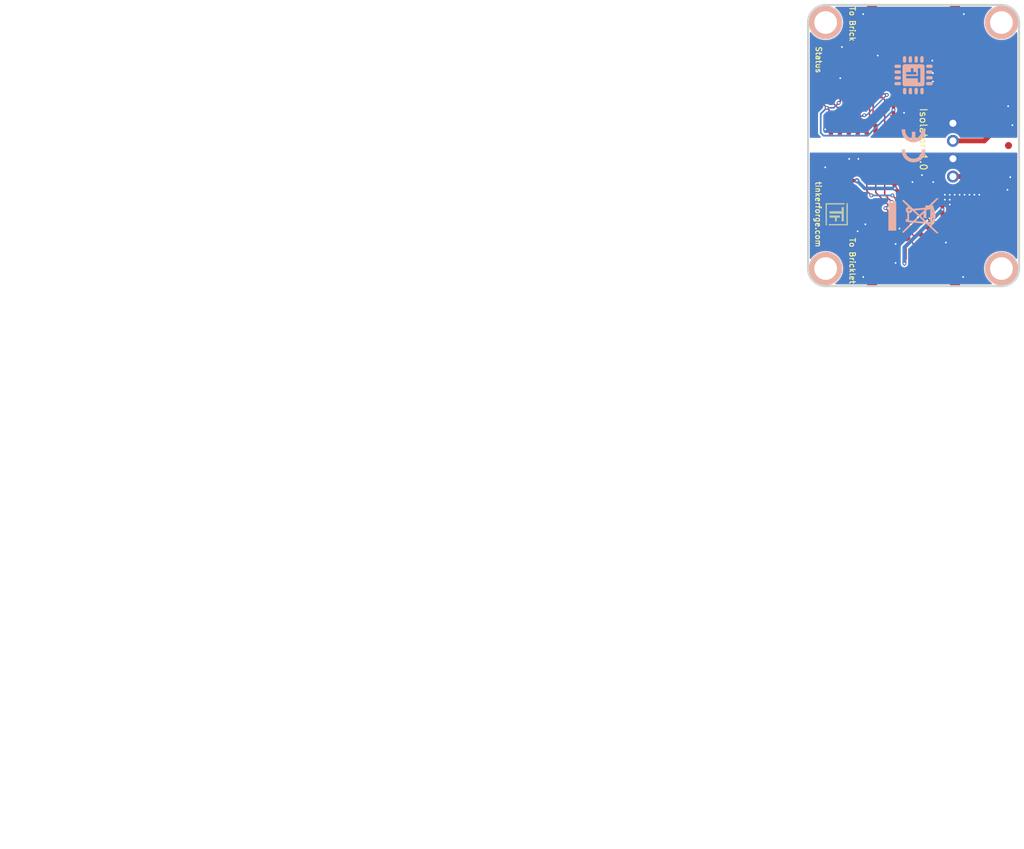
<source format=kicad_pcb>
(kicad_pcb (version 20211014) (generator pcbnew)
  (title_block (title "Bricklet Isolator") (date "2023-01-27") (rev "1.0") (company "Tinkerforge GmbH") (comment 1 "Licensed under CERN OHL v.1.1") (comment 2 "Copyright (©) 2023, T.Schneidermann<tim@tinkerforge.com>"))
  (layers (0 "F.Cu" signal) (31 "B.Cu" signal) (34 "B.Paste" user) (35 "F.Paste" user) (36 "B.SilkS" user "B.Silkscreen") (37 "F.SilkS" user "F.Silkscreen") (38 "B.Mask" user) (39 "F.Mask" user) (44 "Edge.Cuts" user))
  (net 0 "")
  (net 1 "GND")
  (net 2 "5V_DCDC")
  (net 3 "GNDREF")
  (net 4 "3,3VB")
  (net 5 "Net-(P1-Pad4)")
  (net 6 "Net-(P1-Pad5)")
  (net 7 "Net-(P1-Pad6)")
  (net 8 "Net-(P2-Pad7)")
  (net 9 "3V3")
  (net 10 "Net-(C13-Pad1)")
  (net 11 "Net-(C14-Pad1)")
  (net 12 "Net-(C15-Pad1)")
  (net 13 "Net-(C16-Pad1)")
  (net 14 "Net-(R2-Pad2)")
  (net 15 "Net-(RP2-Pad2)")
  (net 16 "Net-(RP2-Pad3)")
  (net 17 "Net-(RP2-Pad1)")
  (net 18 "+5V")
  (net 19 "Net-(D2-Pad2)")
  (net 20 "Net-(P3-Pad2)")
  (net 21 "Net-(P4-Pad1)")
  (net 22 "M-CS")
  (net 23 "Net-(R3-Pad1)")
  (net 24 "S-MISO")
  (net 25 "S-MOSI")
  (net 26 "S-CLK")
  (net 27 "S-CS")
  (net 28 "M-CLK")
  (net 29 "M-MISO")
  (net 30 "M-MOSI")
  (net 31 "Net-(U2-Pad5)")
  (net 32 "Net-(U2-Pad6)")
  (net 33 "Net-(U8-Pad3)")
  (net 34 "Net-(U8-Pad5)")
  (net 35 "Net-(U8-Pad6)")
  (net 36 "Net-(U8-Pad7)")
  (net 37 "Net-(U8-Pad8)")
  (net 38 "Net-(U8-Pad11)")
  (net 39 "Net-(U8-Pad12)")
  (net 40 "Net-(U8-Pad14)")
  (net 41 "Net-(U8-Pad15)")
  (net 42 "Net-(U8-Pad16)")
  (net 43 "Net-(U8-Pad21)")
  (footprint "kicad-libraries:Logo_31x31" (layer "F.Cu") (at 135.55 102 -90)
    (fp_text reference "G***" hide)
    (fp_text value "Logo_31x31" hide)
  )
  (footprint "kicad-libraries:Fiducial_Mark" (layer "F.Cu") (at 138.4 79.8 -90)
    (fp_text reference "Fiducial_Mark" hide)
    (fp_text value "VAL**" hide)
  )
  (footprint "kicad-libraries:Fiducial_Mark" (layer "F.Cu") (at 134.4 106.8 -90)
    (fp_text reference "Fiducial_Mark" hide)
    (fp_text value "VAL**" hide)
  )
  (footprint "kicad-libraries:Fiducial_Mark" (layer "F.Cu") (at 158.4 93.8 -90)
    (fp_text reference "Fiducial_Mark" hide)
    (fp_text value "VAL**" hide)
  )
  (footprint "kicad-libraries:ELKO_83" (layer "F.Cu") (at 153.6 84.1)
    (fp_text reference "C1")
    (fp_text value "470µF/16V")
  )
  (footprint "kicad-libraries:SIP4" (layer "F.Cu") (at 150.5 94.4 -90)
    (fp_text reference "U1")
    (fp_text value "DCDC-CRE1")
  )
  (footprint "kicad-libraries:SOIC16" (layer "F.Cu") (at 137.6 94.2 180)
    (fp_text reference "U2")
    (fp_text value "MAX14850")
  )
  (footprint "kicad-libraries:C0805" (layer "F.Cu") (at 146.6 80.8)
    (fp_text reference "C2")
    (fp_text value "10µ")
  )
  (footprint "kicad-libraries:C0805" (layer "F.Cu") (at 157.3 89.4)
    (fp_text reference "C3")
    (fp_text value "10µ")
  )
  (footprint "kicad-libraries:C0603F" (layer "F.Cu") (at 142.8 89.9)
    (fp_text reference "C4")
    (fp_text value "100n")
  )
  (footprint "kicad-libraries:C0603F" (layer "F.Cu") (at 157.1 91)
    (fp_text reference "C5")
    (fp_text value "100n")
  )
  (footprint "kicad-libraries:C0805" (layer "F.Cu") (at 138.3 107.5 135)
    (fp_text reference "C6")
    (fp_text value "4,7µ")
  )
  (footprint "kicad-libraries:C0603F" (layer "F.Cu") (at 143 99)
    (fp_text reference "C7")
    (fp_text value "100n")
  )
  (footprint "kicad-libraries:C0603F" (layer "F.Cu") (at 139.5 106.4 135)
    (fp_text reference "C8")
    (fp_text value "100n")
  )
  (footprint "kicad-libraries:C0805" (layer "F.Cu") (at 156.7 98.3)
    (fp_text reference "C9")
    (fp_text value "4,7µF/10V")
  )
  (footprint "kicad-libraries:C0603F" (layer "F.Cu") (at 156.5 100.1)
    (fp_text reference "C10")
    (fp_text value "100n")
  )
  (footprint "kicad-libraries:C0805" (layer "F.Cu") (at 149.5 105.6 -90)
    (fp_text reference "C11")
    (fp_text value "10µF/10V")
  )
  (footprint "kicad-libraries:C0603F" (layer "F.Cu") (at 147.7 100.8 90)
    (fp_text reference "C12")
    (fp_text value "100n")
  )
  (footprint "kicad-libraries:C0603F" (layer "F.Cu") (at 134.5 85.7 90)
    (fp_text reference "C17")
    (fp_text value "100n")
  )
  (footprint "kicad-libraries:SOD-323" (layer "F.Cu") (at 146.1 100.4 90)
    (fp_text reference "D1")
    (fp_text value "Z3.3V")
  )
  (footprint "kicad-libraries:D0603E" (layer "F.Cu") (at 132.9 81.6 -90)
    (fp_text reference "D2")
    (fp_text value "blue")
  )
  (footprint "kicad-libraries:CON-SENSOR2" (layer "F.Cu") (at 144.9 73.9 180)
    (fp_text reference "P1")
    (fp_text value "CON-SENSOR2")
  )
  (footprint "kicad-libraries:CON-SENSOR2" (layer "F.Cu") (at 144.9 113.7)
    (fp_text reference "P2")
    (fp_text value "CON-SENSOR2")
  )
  (footprint "kicad-libraries:SolderJumper" (layer "F.Cu") (at 134.7 80.8 -90)
    (fp_text reference "P3")
    (fp_text value "BOOT")
  )
  (footprint "kicad-libraries:DEBUG_PAD" (layer "F.Cu") (at 136.5 81 -90)
    (fp_text reference "P4")
    (fp_text value "Debug")
  )
  (footprint "kicad-libraries:R0603F" (layer "F.Cu") (at 133.6 89.6)
    (fp_text reference "R1")
    (fp_text value "1k")
  )
  (footprint "kicad-libraries:R0603F" (layer "F.Cu") (at 135.1 98.8 180)
    (fp_text reference "R2")
    (fp_text value "1k")
  )
  (footprint "kicad-libraries:R0603F" (layer "F.Cu") (at 132.9 84.8 90)
    (fp_text reference "R3")
    (fp_text value "1k")
  )
  (footprint "kicad-libraries:4X0402" (layer "F.Cu") (at 143 81.4 180)
    (fp_text reference "RP1")
    (fp_text value "82")
  )
  (footprint "kicad-libraries:4X0402" (layer "F.Cu") (at 142.5 103.8 -135)
    (fp_text reference "RP2")
    (fp_text value "82")
  )
  (footprint "kicad-libraries:SOT-223" (layer "F.Cu") (at 154.9 104.5 -90)
    (fp_text reference "U3")
    (fp_text value "LD1117")
  )
  (footprint "kicad-libraries:DRILL_NP" (layer "F.Cu") (at 132.4 76.3 -90)
    (fp_text reference "U4" hide)
    (fp_text value "DRILL" hide)
  )
  (footprint "kicad-libraries:DRILL_NP" (layer "F.Cu") (at 132.4 111.3 -90)
    (fp_text reference "U5" hide)
    (fp_text value "DRILL" hide)
  )
  (footprint "kicad-libraries:DRILL_NP" (layer "F.Cu") (at 157.4 111.3 -90)
    (fp_text reference "U6" hide)
    (fp_text value "DRILL" hide)
  )
  (footprint "kicad-libraries:DRILL_NP" (layer "F.Cu") (at 157.4 76.3 -90)
    (fp_text reference "U7" hide)
    (fp_text value "DRILL" hide)
  )
  (footprint "kicad-libraries:QFN24-4x4mm-0.5mm" (layer "F.Cu") (at 137.9 85.7 -90)
    (fp_text reference "U8")
    (fp_text value "XMC1100")
  )
  (footprint "kicad-libraries:C0402F" (layer "F.Cu") (at 140.9 81 180)
    (fp_text reference "C13")
    (fp_text value "220pF")
  )
  (footprint "kicad-libraries:C0402F" (layer "F.Cu") (at 146.5 105 135)
    (fp_text reference "C14")
    (fp_text value "220pf")
  )
  (footprint "kicad-libraries:C0402F" (layer "F.Cu") (at 145.5 106 135)
    (fp_text reference "C15")
    (fp_text value "220pf")
  )
  (footprint "kicad-libraries:C0402F" (layer "F.Cu") (at 143.7 106.6 135)
    (fp_text reference "C16")
    (fp_text value "220pF")
  )
  (footprint "kicad-libraries:Logo_CoMCU" (layer "B.Cu") (at 144.9 83.8 90)
    (fp_text reference "G***" hide)
    (fp_text value "LOGO" hide)
  )
  (footprint "kicad-libraries:WEEE_7mm" (layer "B.Cu") (at 144.9 103.8 90)
    (fp_text reference "G***" hide)
    (fp_text value "LOGO" hide)
  )
  (footprint "kicad-libraries:CE_5mm" (layer "B.Cu") (at 144.9 93.8 90)
    (fp_text reference "VAL" hide)
    (fp_text value "CE_5mm" hide)
  )
  (gr_arc (start 129.9 76.3) (mid 130.632233 74.532233) (end 132.4 73.8) (layer "Edge.Cuts") (width 0.3))
  (gr_arc (start 157.4 73.8) (mid 159.167767 74.532233) (end 159.9 76.3) (layer "Edge.Cuts") (width 0.3))
  (gr_line (start 159.9 76.3) (end 159.9 111.3) (layer "Edge.Cuts") (width 0.3))
  (gr_arc (start 132.4 113.8) (mid 130.632233 113.067767) (end 129.9 111.3) (layer "Edge.Cuts") (width 0.3))
  (gr_line (start 157.4 113.8) (end 132.4 113.8) (layer "Edge.Cuts") (width 0.3))
  (gr_line (start 132.4 73.8) (end 157.4 73.8) (layer "Edge.Cuts") (width 0.3))
  (gr_arc (start 159.9 111.3) (mid 159.167767 113.067767) (end 157.4 113.8) (layer "Edge.Cuts") (width 0.3))
  (gr_line (start 129.9 111.3) (end 129.9 76.3) (layer "Edge.Cuts") (width 0.3))
  (gr_text "To Brick" (at 136.2 76.5 270) (layer "F.SilkS") (effects (font (size 0.8 0.8))))
  (gr_text "Status" (at 131.4 81.6 270) (layer "F.SilkS") (effects (font (size 0.8 0.8))))
  (gr_text "To Bricklet" (at 136.2 110.2 270) (layer "F.SilkS") (effects (font (size 0.8 0.8))))
  (gr_text "tinkerforge.com" (at 131.35 103.6 270) (layer "F.SilkS") (effects (font (size 0.8 0.8))))
  (gr_text "Isolator 1.0" (at 146.3 92.9 270) (layer "F.SilkS") (effects (font (size 1 1))))
  (segment (start 148.475 84.125) (end 150.07488 84.125) (width 0.7) (layer "F.Cu") (net 1))
  (segment (start 132.35252 91.50252) (end 132.35 91.5) (width 0.55) (layer "F.Cu") (net 1))
  (segment (start 158.875 90.975) (end 158.95 90.9) (width 0.7) (layer "F.Cu") (net 1))
  (segment (start 158.30076 88.24924) (end 158.35 88.2) (width 0.7) (layer "F.Cu") (net 1))
  (segment (start 148.275 84.125) (end 147.65 83.5) (width 0.7) (layer "F.Cu") (net 1))
  (segment (start 148.225 84.125) (end 147.65 84.7) (width 0.7) (layer "F.Cu") (net 1))
  (segment (start 147.57076 81.71924) (end 147.57 81.72) (width 0.55) (layer "F.Cu") (net 1))
  (segment (start 134.77 84.95) (end 135.27 85.45) (width 0.2) (layer "F.Cu") (net 1))
  (segment (start 135.27 85.45) (end 135.875 85.45) (width 0.2) (layer "F.Cu") (net 1))
  (segment (start 138.55 86.35) (end 137.25 86.35) (width 0.2) (layer "F.Cu") (net 1))
  (segment (start 137.25 86.35) (end 137.25 85.05) (width 0.2) (layer "F.Cu") (net 1))
  (segment (start 136.85 85.45) (end 137.25 85.05) (width 0.2) (layer "F.Cu") (net 1))
  (segment (start 157.825 90.975) (end 158.875 90.975) (width 0.7) (layer "F.Cu") (net 1))
  (segment (start 140.39 81) (end 139.81 81) (width 0.55) (layer "F.Cu") (net 1))
  (segment (start 138.55 85.05) (end 137.25 85.05) (width 0.2) (layer "F.Cu") (net 1))
  (segment (start 147.4 78.5) (end 147.4 80.63924) (width 0.5) (layer "F.Cu") (net 1))
  (segment (start 147.57076 80.81) (end 147.57076 81.71924) (width 0.55) (layer "F.Cu") (net 1))
  (segment (start 158.30076 89.4) (end 158.30076 88.24924) (width 0.7) (layer "F.Cu") (net 1))
  (segment (start 134.72 80.28) (end 134.72 79.78) (width 0.25) (layer "F.Cu") (net 1))
  (segment (start 150.07488 84.125) (end 148.275 84.125) (width 0.7) (layer "F.Cu") (net 1))
  (segment (start 138.55 85.05) (end 138.55 86.35) (width 0.2) (layer "F.Cu") (net 1))
  (segment (start 134.48 84.95) (end 134.77 84.95) (width 0.2) (layer "F.Cu") (net 1))
  (segment (start 134.7 80.3) (end 134.72 80.28) (width 0.25) (layer "F.Cu") (net 1))
  (segment (start 150.75 75.1) (end 152.05 75.1) (width 0.55) (layer "F.Cu") (net 1))
  (segment (start 135.875 85.45) (end 136.85 85.45) (width 0.2) (layer "F.Cu") (net 1))
  (segment (start 147.4 80.63924) (end 147.57076 80.81) (width 0.5) (layer "F.Cu") (net 1))
  (segment (start 150.07488 84.125) (end 148.225 84.125) (width 0.7) (layer "F.Cu") (net 1))
  (segment (start 143.55 89.88) (end 143.55 89.15) (width 0.55) (layer "F.Cu") (net 1))
  (segment (start 138.95 75.1) (end 137.75 75.1) (width 0.55) (layer "F.Cu") (net 1))
  (segment (start 133.18254 91.50252) (end 132.35252 91.50252) (width 0.55) (layer "F.Cu") (net 1))
  (segment (start 134.48 84.95) (end 134.48 84.22) (width 0.55) (layer "F.Cu") (net 1))
  (via (at 134.72 79.78) (size 0.55) (drill 0.25) (layers "F.Cu" "B.Cu") (net 1))
  (via (at 143.55 89.15) (size 0.55) (drill 0.25) (layers "F.Cu" "B.Cu") (net 1))
  (via (at 132.35 91.5) (size 0.55) (drill 0.25) (layers "F.Cu" "B.Cu") (net 1))
  (via (at 158.95 90.9) (size 0.7) (drill 0.25) (layers "F.Cu" "B.Cu") (net 1))
  (via (at 158.35 88.2) (size 0.7) (drill 0.25) (layers "F.Cu" "B.Cu") (net 1))
  (via (at 137.75 75.1) (size 0.55) (drill 0.25) (layers "F.Cu" "B.Cu") (net 1))
  (via (at 147.57 81.72) (size 0.55) (drill 0.25) (layers "F.Cu" "B.Cu") (net 1))
  (via (at 152.05 75.1) (size 0.55) (drill 0.25) (layers "F.Cu" "B.Cu") (net 1))
  (via (at 139.81 81) (size 0.55) (drill 0.25) (layers "F.Cu" "B.Cu") (net 1))
  (via (at 134.48 84.22) (size 0.55) (drill 0.25) (layers "F.Cu" "B.Cu") (net 1))
  (via (at 147.65 84.7) (size 0.7) (drill 0.25) (layers "F.Cu" "B.Cu") (net 1))
  (via (at 147.65 83.5) (size 0.7) (drill 0.25) (layers "F.Cu" "B.Cu") (net 1))
  (segment (start 155.55924 98.21) (end 155.7 98.35076) (width 0.7) (layer "F.Cu") (net 2))
  (segment (start 155.7 98.35076) (end 155.7 104.75) (width 0.7) (layer "F.Cu") (net 2))
  (segment (start 155.7 104.75) (end 153.64876 106.80124) (width 0.7) (layer "F.Cu") (net 2))
  (segment (start 153.64876 106.80124) (end 151.8512 106.80124) (width 0.7) (layer "F.Cu") (net 2))
  (segment (start 155.7 98.35076) (end 155.64924 98.3) (width 0.7) (layer "F.Cu") (net 2))
  (segment (start 139.057644 109.207644) (end 142.55 112.7) (width 0.5) (layer "F.Cu") (net 2))
  (segment (start 147.55 112.7) (end 150.75 109.5) (width 0.5) (layer "F.Cu") (net 2))
  (segment (start 150.75 109.5) (end 153.25 109.5) (width 0.5) (layer "F.Cu") (net 2))
  (segment (start 153.25 109.5) (end 155.7 107.05) (width 0.5) (layer "F.Cu") (net 2))
  (segment (start 155.7 107.05) (end 155.7 104.75) (width 0.5) (layer "F.Cu") (net 2))
  (segment (start 155.55924 98.21) (end 155.64924 98.3) (width 0.7) (layer "F.Cu") (net 2))
  (segment (start 142.55 112.7) (end 147.55 112.7) (width 0.5) (layer "F.Cu") (net 2))
  (segment (start 150.5 98.21) (end 155.55924 98.21) (width 0.7) (layer "F.Cu") (net 2))
  (segment (start 139.057644 108.142356) (end 139.057644 108.207644) (width 0.55) (layer "F.Cu") (net 2))
  (segment (start 139.057644 108.207644) (end 139.057644 109.207644) (width 0.5) (layer "F.Cu") (net 2))
  (segment (start 140.03033 106.93033) (end 140.03033 106.83033) (width 0.3) (layer "F.Cu") (net 2))
  (segment (start 140 107.2) (end 139.057644 108.142356) (width 0.55) (layer "F.Cu") (net 2))
  (segment (start 141.1 108) (end 141.1 109.1) (width 0.5) (layer "F.Cu") (net 2))
  (segment (start 140.03033 106.83033) (end 140 106.8) (width 0.3) (layer "F.Cu") (net 2))
  (segment (start 155.7 100.1) (end 155.7 98.35076) (width 0.7) (layer "F.Cu") (net 2))
  (segment (start 140 106.9) (end 140.03033 106.93033) (width 0.3) (layer "F.Cu") (net 2))
  (segment (start 140 106.8) (end 140 107.2) (width 0.55) (layer "F.Cu") (net 2))
  (segment (start 140 106.9) (end 141.1 108) (width 0.5) (layer "F.Cu") (net 2))
  (segment (start 132.35252 96.89748) (end 132.35 96.9) (width 0.55) (layer "F.Cu") (net 3))
  (segment (start 138.91967 105.86967) (end 138.05 105) (width 0.7) (layer "F.Cu") (net 3))
  (segment (start 137.642356 106.692356) (end 136.95 106) (width 0.7) (layer "F.Cu") (net 3))
  (segment (start 150.05124 102.19876) (end 150.05 102.2) (width 0.7) (layer "F.Cu") (net 3))
  (segment (start 136.99254 95.75746) (end 137.05 95.7) (width 0.5) (layer "F.Cu") (net 3))
  (segment (start 135.72254 95.72746) (end 135.75 95.7) (width 0.5) (layer "F.Cu") (net 3))
  (segment (start 143.240381 105.940381) (end 142.9 105.6) (width 0.3) (layer "F.Cu") (net 3))
  (segment (start 142.35 109.1) (end 142.35 107.8) (width 0.55) (layer "F.Cu") (net 3))
  (segment (start 157.2 100.1) (end 158.25 100.1) (width 0.7) (layer "F.Cu") (net 3))
  (segment (start 150.75 112.5) (end 151.95 112.5) (width 0.55) (layer "F.Cu") (net 3))
  (segment (start 150.75 100.8) (end 150.05 100.8) (width 0.7) (layer "F.Cu") (net 3))
  (segment (start 143.240381 106.140381) (end 143.240381 105.940381) (width 0.3) (layer "F.Cu") (net 3))
  (segment (start 152.85 100.8) (end 152.15 100.8) (width 0.7) (layer "F.Cu") (net 3))
  (segment (start 138.95 112.5) (end 137.75 112.5) (width 0.55) (layer "F.Cu") (net 3))
  (segment (start 135.72254 96.89748) (end 135.72254 95.72746) (width 0.5) (layer "F.Cu") (net 3))
  (segment (start 146.040381 104.540381) (end 145.5 104) (width 0.3) (layer "F.Cu") (net 3))
  (segment (start 150.05 101.5) (end 149.35 101.5) (width 0.7) (layer "F.Cu") (net 3))
  (segment (start 152.15 100.8) (end 151.45 100.8) (width 0.7) (layer "F.Cu") (net 3))
  (segment (start 157.65076 98.3) (end 158.65 98.3) (width 0.7) (layer "F.Cu") (net 3))
  (segment (start 150.05 100.8) (end 149.35 100.8) (width 0.7) (layer "F.Cu") (net 3))
  (segment (start 153.55 100.8) (end 152.85 100.8) (width 0.7) (layer "F.Cu") (net 3))
  (segment (start 137.642356 106.792356) (end 137.642356 106.692356) (width 0.7) (layer "F.Cu") (net 3))
  (segment (start 150.05 100.8) (end 150.05 101.5) (width 0.7) (layer "F.Cu") (net 3))
  (segment (start 154.25 100.8) (end 153.55 100.8) (width 0.7) (layer "F.Cu") (net 3))
  (segment (start 151.45 100.8) (end 150.75 100.8) (width 0.7) (layer "F.Cu") (net 3))
  (segment (start 136.99254 96.89748) (end 136.99254 95.75746) (width 0.5) (layer "F.Cu") (net 3))
  (segment (start 149.5 106.60076) (end 149.5 107.6) (width 0.7) (layer "F.Cu") (net 3))
  (segment (start 146.1 99.0792) (end 146.1 98) (width 0.7) (layer "F.Cu") (net 3))
  (segment (start 150.05124 102.19876) (end 151.8512 102.19876) (width 0.7) (layer "F.Cu") (net 3))
  (segment (start 147.7 100.05) (end 147.7 99) (width 0.7) (layer "F.Cu") (net 3))
  (segment (start 133.18254 96.89748) (end 132.35252 96.89748) (width 0.55) (layer "F.Cu") (net 3))
  (segment (start 145.040381 105.540381) (end 144.5 105) (width 0.3) (layer "F.Cu") (net 3))
  (segment (start 143.75 99) (end 144.75 99) (width 0.55) (layer "F.Cu") (net 3))
  (segment (start 142.35 109.1) (end 142.35 110.5) (width 0.55) (layer "F.Cu") (net 3))
  (segment (start 150.05 101.5) (end 150.05 102.2) (width 0.7) (layer "F.Cu") (net 3))
  (via (at 149.35 101.5) (size 0.7) (drill 0.25) (layers "F.Cu" "B.Cu") (net 3))
  (via (at 142.35 110.5) (size 0.7) (drill 0.25) (layers "F.Cu" "B.Cu") (net 3))
  (via (at 150.05 100.8) (size 0.7) (drill 0.25) (layers "F.Cu" "B.Cu") (net 3))
  (via (at 151.95 112.5) (size 0.55) (drill 0.25) (layers "F.Cu" "B.Cu") (net 3))
  (via (at 144.75 99) (size 0.55) (drill 0.25) (layers "F.Cu" "B.Cu") (net 3))
  (via (at 152.15 100.8) (size 0.7) (drill 0.25) (layers "F.Cu" "B.Cu") (net 3))
  (via (at 132.35 96.9) (size 0.55) (drill 0.25) (layers "F.Cu" "B.Cu") (net 3))
  (via (at 136.95 106) (size 0.7) (drill 0.25) (layers "F.Cu" "B.Cu") (net 3))
  (via (at 151.45 100.8) (size 0.7) (drill 0.25) (layers "F.Cu" "B.Cu") (net 3))
  (via (at 150.75 100.8) (size 0.7) (drill 0.25) (layers "F.Cu" "B.Cu") (net 3))
  (via (at 149.5 107.6) (size 0.7) (drill 0.25) (layers "F.Cu" "B.Cu") (net 3))
  (via (at 138.05 105) (size 0.7) (drill 0.25) (layers "F.Cu" "B.Cu") (net 3))
  (via (at 145.5 104) (size 0.55) (drill 0.25) (layers "F.Cu" "B.Cu") (net 3))
  (via (at 137.75 112.5) (size 0.55) (drill 0.25) (layers "F.Cu" "B.Cu") (net 3))
  (via (at 149.35 100.8) (size 0.7) (drill 0.25) (layers "F.Cu" "B.Cu") (net 3))
  (via (at 142.9 105.6) (size 0.55) (drill 0.25) (layers "F.Cu" "B.Cu") (net 3))
  (via (at 135.75 95.7) (size 0.7) (drill 0.25) (layers "F.Cu" "B.Cu") (net 3))
  (via (at 144.5 105) (size 0.55) (drill 0.25) (layers "F.Cu" "B.Cu") (net 3))
  (via (at 154.25 100.8) (size 0.7) (drill 0.25) (layers "F.Cu" "B.Cu") (net 3))
  (via (at 152.85 100.8) (size 0.7) (drill 0.25) (layers "F.Cu" "B.Cu") (net 3))
  (via (at 150.05 101.5) (size 0.7) (drill 0.25) (layers "F.Cu" "B.Cu") (net 3))
  (via (at 153.55 100.8) (size 0.7) (drill 0.25) (layers "F.Cu" "B.Cu") (net 3))
  (via (at 146.1 98) (size 0.7) (drill 0.25) (layers "F.Cu" "B.Cu") (net 3))
  (via (at 158.25 100.1) (size 0.7) (drill 0.25) (layers "F.Cu" "B.Cu") (net 3))
  (via (at 142.35 107.8) (size 0.7) (drill 0.25) (layers "F.Cu" "B.Cu") (net 3))
  (via (at 137.05 95.7) (size 0.7) (drill 0.25) (layers "F.Cu" "B.Cu") (net 3))
  (via (at 147.7 99) (size 0.7) (drill 0.25) (layers "F.Cu" "B.Cu") (net 3))
  (via (at 150.05 102.2) (size 0.7) (drill 0.25) (layers "F.Cu" "B.Cu") (net 3))
  (via (at 158.65 98.3) (size 0.7) (drill 0.25) (layers "F.Cu" "B.Cu") (net 3))
  (segment (start 142.2 99.85) (end 144.1708 101.8208) (width 0.55) (layer "F.Cu") (net 4))
  (segment (start 148.3708 101.8208) (end 149 102.45) (width 0.55) (layer "F.Cu") (net 4))
  (segment (start 149 102.45) (end 149 102.9) (width 0.55) (layer "F.Cu") (net 4))
  (segment (start 149 104.14924) (end 149.55076 104.7) (width 0.55) (layer "F.Cu") (net 4))
  (segment (start 151.6512 104.7) (end 151.8512 104.5) (width 1) (layer "F.Cu") (net 4))
  (segment (start 142.25 99.9) (end 142.2 99.9) (width 0.5) (layer "F.Cu") (net 4))
  (segment (start 142.2 99.9) (end 142.2 99.85) (width 0.55) (layer "F.Cu") (net 4))
  (segment (start 144.8 101.8208) (end 147.35 101.8208) (width 0.55) (layer "F.Cu") (net 4))
  (segment (start 149 102.9) (end 149 103.2) (width 0.55) (layer "F.Cu") (net 4))
  (segment (start 143.6 109.1) (end 143.6 110.6) (width 0.55) (layer "F.Cu") (net 4))
  (segment (start 147.5292 101.7208) (end 147.7 101.55) (width 0.2) (layer "F.Cu") (net 4))
  (segment (start 135.9 98.8) (end 136.85 98.8) (width 0.5) (layer "F.Cu") (net 4))
  (segment (start 149.55076 104.7) (end 151.6512 104.7) (width 1) (layer "F.Cu") (net 4))
  (segment (start 142.3 99) (end 142.06746 98.76746) (width 0.5) (layer "F.Cu") (net 4))
  (segment (start 142.2 99.1) (end 142.2 99.9) (width 0.55) (layer "F.Cu") (net 4))
  (segment (start 146.1 101.7208) (end 147.5292 101.7208) (width 0.2) (layer "F.Cu") (net 4))
  (segment (start 142.3 99) (end 142.2 99.1) (width 0.55) (layer "F.Cu") (net 4))
  (segment (start 144.8 101.8208) (end 144.1708 101.8208) (width 0.55) (layer "F.Cu") (net 4))
  (segment (start 149 103.2) (end 149 104.14924) (width 0.55) (layer "F.Cu") (net 4))
  (segment (start 147.35 101.8208) (end 148.3708 101.8208) (width 0.55) (layer "F.Cu") (net 4))
  (segment (start 142.06746 98.76746) (end 142.06746 96.89748) (width 0.5) (layer "F.Cu") (net 4))
  (via (at 136.85 98.8) (size 0.7) (drill 0.25) (layers "F.Cu" "B.Cu") (net 4))
  (via (at 149 102.9) (size 0.55) (drill 0.25) (layers "F.Cu" "B.Cu") (net 4))
  (via (at 142.25 99.9) (size 0.7) (drill 0.25) (layers "F.Cu" "B.Cu") (net 4))
  (via (at 143.6 110.6) (size 0.55) (drill 0.25) (layers "F.Cu" "B.Cu") (net 4))
  (segment (start 136.85 98.8) (end 137.95 99.9) (width 0.5) (layer "B.Cu") (net 4))
  (segment (start 137.95 99.9) (end 142.25 99.9) (width 0.5) (layer "B.Cu") (net 4))
  (segment (start 143.6 108.3) (end 149 102.9) (width 0.55) (layer "B.Cu") (net 4))
  (segment (start 143.6 108.3) (end 143.6 110.6) (width 0.55) (layer "B.Cu") (net 4))
  (segment (start 144.85 79.65) (end 144.5 80) (width 0.2) (layer "F.Cu") (net 5))
  (segment (start 144.5 80) (end 144 80) (width 0.2) (layer "F.Cu") (net 5))
  (segment (start 144 80) (end 143.7493 80.2507) (width 0.2) (layer "F.Cu") (net 5))
  (segment (start 143.7493 80.2507) (end 143.7493 80.855) (width 0.2) (layer "F.Cu") (net 5))
  (segment (start 144.85 78.5) (end 144.85 79.65) (width 0.2) (layer "F.Cu") (net 5))
  (segment (start 143.6 79.7) (end 143.24892 80.05108) (width 0.2) (layer "F.Cu") (net 6))
  (segment (start 143.24892 80.05108) (end 143.24892 80.855) (width 0.2) (layer "F.Cu") (net 6))
  (segment (start 143.6 78.5) (end 143.6 79.7) (width 0.2) (layer "F.Cu") (net 6))
  (segment (start 142.35 79.65) (end 142.75108 80.05108) (width 0.2) (layer "F.Cu") (net 7))
  (segment (start 142.75108 80.05108) (end 142.75108 80.855) (width 0.2) (layer "F.Cu") (net 7))
  (segment (start 142.35 78.5) (end 142.35 79.65) (width 0.2) (layer "F.Cu") (net 7))
  (segment (start 148.6 107.7) (end 148 107.1) (width 0.2) (layer "F.Cu") (net 8))
  (segment (start 148 107.1) (end 148 104.7) (width 0.2) (layer "F.Cu") (net 8))
  (segment (start 148 104.7) (end 146.2 102.9) (width 0.2) (layer "F.Cu") (net 8))
  (segment (start 146.2 102.9) (end 145.1 102.9) (width 0.2) (layer "F.Cu") (net 8))
  (segment (start 143.659671 103.9) (end 144 103.9) (width 0.2) (layer "F.Cu") (net 8))
  (segment (start 144 103.9) (end 144.1 103.9) (width 0.2) (layer "F.Cu") (net 8))
  (segment (start 144.1 103.9) (end 145.1 102.9) (width 0.2) (layer "F.Cu") (net 8))
  (segment (start 148.6 109.1) (end 148.6 107.7) (width 0.2) (layer "F.Cu") (net 8))
  (segment (start 143.436422 103.676751) (end 143.659671 103.9) (width 0.2) (layer "F.Cu") (net 8))
  (segment (start 132.9 88.76) (end 132.61 88.47) (width 0.2) (layer "F.Cu") (net 9))
  (segment (start 132.01 87.87) (end 132.01 81.01) (width 0.2) (layer "F.Cu") (net 9))
  (segment (start 132.01 81.01) (end 132.2701 80.7499) (width 0.2) (layer "F.Cu") (net 9))
  (segment (start 132.2701 80.7499) (end 132.9 80.7499) (width 0.2) (layer "F.Cu") (net 9))
  (segment (start 132.49 88.35) (end 132.01 87.87) (width 0.2) (layer "F.Cu") (net 9))
  (segment (start 132.61 88.47) (end 132.49 88.35) (width 0.2) (layer "F.Cu") (net 9))
  (segment (start 135.27 85.95) (end 134.77 86.45) (width 0.2) (layer "F.Cu") (net 9))
  (segment (start 134.77 86.45) (end 134.48 86.45) (width 0.2) (layer "F.Cu") (net 9))
  (segment (start 145.56924 84.61076) (end 142.05 88.13) (width 0.5) (layer "F.Cu") (net 9))
  (segment (start 142.05 88.13) (end 142.05 88.73) (width 0.5) (layer "F.Cu") (net 9))
  (segment (start 142.05 88.73) (end 142.05 89.88) (width 0.5) (layer "F.Cu") (net 9))
  (segment (start 132.56 88.43) (end 132.6 88.47) (width 0.25) (layer "F.Cu") (net 9))
  (segment (start 132.61 88.47) (end 132.6 88.47) (width 0.25) (layer "F.Cu") (net 9))
  (segment (start 134.48 87.51) (end 134.26 87.73) (width 0.25) (layer "F.Cu") (net 9))
  (segment (start 132.9 89.6) (end 132.9 88.76) (width 0.2) (layer "F.Cu") (net 9))
  (segment (start 142.05 89.88) (end 142.05 91.48506) (width 0.5) (layer "F.Cu") (net 9))
  (segment (start 145.56924 80.81) (end 145.56924 84.61076) (width 0.5) (layer "F.Cu") (net 9))
  (segment (start 145.56924 80.06076) (end 145.56924 80.94) (width 0.5) (layer "F.Cu") (net 9))
  (segment (start 135.875 85.95) (end 135.27 85.95) (width 0.2) (layer "F.Cu") (net 9))
  (segment (start 146.15 79.48) (end 145.56924 80.06076) (width 0.5) (layer "F.Cu") (net 9))
  (segment (start 146.15 78.55) (end 146.15 79.48) (width 0.5) (layer "F.Cu") (net 9))
  (segment (start 134.48 86.45) (end 134.48 87.51) (width 0.25) (layer "F.Cu") (net 9))
  (via (at 134.26 87.73) (size 0.55) (drill 0.25) (layers "F.Cu" "B.Cu") (net 9))
  (via (at 132.56 88.43) (size 0.55) (drill 0.25) (layers "F.Cu" "B.Cu") (net 9))
  (via (at 142.05 88.73) (size 0.55) (drill 0.25) (layers "F.Cu" "B.Cu") (net 9))
  (segment (start 142.05 88.74) (end 142.05 88.73) (width 0.25) (layer "B.Cu") (net 9))
  (segment (start 142.05 88.74) (end 138.4 92.39) (width 0.25) (layer "B.Cu") (net 9))
  (segment (start 138.4 92.39) (end 132.1 92.39) (width 0.25) (layer "B.Cu") (net 9))
  (segment (start 132.1 92.39) (end 131.7 91.99) (width 0.25) (layer "B.Cu") (net 9))
  (segment (start 131.7 91.99) (end 131.7 89.29) (width 0.25) (layer "B.Cu") (net 9))
  (segment (start 131.7 89.29) (end 132.56 88.43) (width 0.25) (layer "B.Cu") (net 9))
  (segment (start 134.26 87.73) (end 133.56 88.43) (width 0.25) (layer "B.Cu") (net 9))
  (segment (start 133.56 88.43) (end 132.56 88.43) (width 0.25) (layer "B.Cu") (net 9))
  (segment (start 141.1 79.6) (end 141.4 79.9) (width 0.2) (layer "F.Cu") (net 10))
  (segment (start 141.4 79.9) (end 141.9 79.9) (width 0.2) (layer "F.Cu") (net 10))
  (segment (start 141.9 79.9) (end 142.2507 80.2507) (width 0.2) (layer "F.Cu") (net 10))
  (segment (start 142.2507 80.2507) (end 142.2507 80.855) (width 0.2) (layer "F.Cu") (net 10))
  (segment (start 141.535 80.855) (end 141.39 81) (width 0.2) (layer "F.Cu") (net 10))
  (segment (start 141.1 78.5) (end 141.1 79.6) (width 0.2) (layer "F.Cu") (net 10))
  (segment (start 142.2507 80.855) (end 141.535 80.855) (width 0.2) (layer "F.Cu") (net 10))
  (segment (start 147.3 105.8) (end 147.3 109.05) (width 0.2) (layer "F.Cu") (net 11))
  (segment (start 147.3 109.05) (end 147.35 109.1) (width 0.2) (layer "F.Cu") (net 11))
  (segment (start 146.959619 105.340381) (end 147.3 105) (width 0.2) (layer "F.Cu") (net 11))
  (segment (start 147.3 105) (end 147.3 104.6) (width 0.2) (layer "F.Cu") (net 11))
  (segment (start 147.3 104.6) (end 146.1 103.4) (width 0.2) (layer "F.Cu") (net 11))
  (segment (start 146.1 103.4) (end 145.2 103.4) (width 0.2) (layer "F.Cu") (net 11))
  (segment (start 145.2 103.4) (end 144.2 104.4) (width 0.2) (layer "F.Cu") (net 11))
  (segment (start 144.2 104.4) (end 143.452026 104.4) (width 0.2) (layer "F.Cu") (net 11))
  (segment (start 143.452026 104.4) (end 143.082599 104.030573) (width 0.2) (layer "F.Cu") (net 11))
  (segment (start 146.959619 105.459619) (end 146.959619 105.340381) (width 0.2) (layer "F.Cu") (net 11))
  (segment (start 146.959619 105.459619) (end 147.3 105.8) (width 0.2) (layer "F.Cu") (net 11))
  (segment (start 146.1 106.6) (end 145.959619 106.459619) (width 0.2) (layer "F.Cu") (net 12))
  (segment (start 142.730573 104.430573) (end 144.9 106.6) (width 0.2) (layer "F.Cu") (net 12))
  (segment (start 144.9 106.6) (end 145.819238 106.6) (width 0.2) (layer "F.Cu") (net 12))
  (segment (start 145.819238 106.6) (end 145.959619 106.459619) (width 0.2) (layer "F.Cu") (net 12))
  (segment (start 145.959619 106.459619) (end 145.840381 106.459619) (width 0.2) (layer "F.Cu") (net 12))
  (segment (start 142.730573 104.382599) (end 142.730573 104.430573) (width 0.2) (layer "F.Cu") (net 12))
  (segment (start 146.1 109.1) (end 146.1 106.6) (width 0.2) (layer "F.Cu") (net 12))
  (segment (start 144.7 107.6) (end 144.9 107.8) (width 0.2) (layer "F.Cu") (net 13))
  (segment (start 144.9 107.8) (end 144.9 109.05) (width 0.2) (layer "F.Cu") (net 13))
  (segment (start 144.9 109.05) (end 144.85 109.1) (width 0.2) (layer "F.Cu") (net 13))
  (segment (start 142.5 104.859671) (end 142.5 105.1) (width 0.2) (layer "F.Cu") (net 13))
  (segment (start 142.5 105.1) (end 142.3 105.3) (width 0.2) (layer "F.Cu") (net 13))
  (segment (start 142.3 105.3) (end 142.3 106.4) (width 0.2) (layer "F.Cu") (net 13))
  (segment (start 142.3 106.4) (end 143.2 107.3) (width 0.2) (layer "F.Cu") (net 13))
  (segment (start 143.2 107.3) (end 143.919238 107.3) (width 0.2) (layer "F.Cu") (net 13))
  (segment (start 143.919238 107.3) (end 144.159619 107.059619) (width 0.2) (layer "F.Cu") (net 13))
  (segment (start 142.376751 104.736422) (end 142.5 104.859671) (width 0.2) (layer "F.Cu") (net 13))
  (segment (start 144.159619 107.059619) (end 144.7 107.6) (width 0.2) (layer "F.Cu") (net 13))
  (segment (start 144.159619 107.059619) (end 144.040381 107.059619) (width 0.2) (layer "F.Cu") (net 13))
  (segment (start 134.45254 98.64746) (end 134.3 98.8) (width 0.3) (layer "F.Cu") (net 14))
  (segment (start 134.4 99.9) (end 134.4 98.8) (width 0.2) (layer "F.Cu") (net 14))
  (segment (start 141.240329 103.6) (end 138.1 103.6) (width 0.2) (layer "F.Cu") (net 14))
  (segment (start 138.1 103.6) (end 134.4 99.9) (width 0.2) (layer "F.Cu") (net 14))
  (segment (start 141.563578 103.923249) (end 141.240329 103.6) (width 0.2) (layer "F.Cu") (net 14))
  (segment (start 134.45254 96.89748) (end 134.45254 98.64746) (width 0.2) (layer "F.Cu") (net 14))
  (segment (start 139.52746 100.475434) (end 142.269427 103.217401) (width 0.2) (layer "F.Cu") (net 15))
  (segment (start 139.52746 96.89748) (end 139.52746 100.475434) (width 0.2) (layer "F.Cu") (net 15))
  (segment (start 140.79746 100.79746) (end 141.8 101.8) (width 0.2) (layer "F.Cu") (net 16))
  (segment (start 140.9 102.7) (end 141.3 103.1) (width 0.2) (layer "F.Cu") (net 16))
  (segment (start 141.3 103.1) (end 141.447974 103.1) (width 0.2) (layer "F.Cu") (net 16))
  (segment (start 141.447974 103.1) (end 141.917401 103.569427) (width 0.2) (layer "F.Cu") (net 16))
  (segment (start 140.79746 96.89748) (end 140.79746 100.79746) (width 0.2) (layer "F.Cu") (net 16))
  (via (at 140.9 102.7) (size 0.55) (drill 0.25) (layers "F.Cu" "B.Cu") (net 16))
  (via (at 141.8 101.8) (size 0.55) (drill 0.25) (layers "F.Cu" "B.Cu") (net 16))
  (segment (start 141.8 101.8) (end 140.9 102.7) (width 0.25) (layer "B.Cu") (net 16))
  (segment (start 138.25746 100.25746) (end 138.9 100.9) (width 0.2) (layer "F.Cu") (net 17))
  (segment (start 142.3 102.540329) (end 142.3 102.113173) (width 0.2) (layer "F.Cu") (net 17))
  (segment (start 142.375 101.375) (end 141.9 100.9) (width 0.2) (layer "F.Cu") (net 17))
  (segment (start 142.3 102.113173) (end 142.375 102.038173) (width 0.2) (layer "F.Cu") (net 17))
  (segment (start 142.623249 102.863578) (end 142.3 102.540329) (width 0.2) (layer "F.Cu") (net 17))
  (segment (start 138.25746 96.89748) (end 138.25746 100.25746) (width 0.2) (layer "F.Cu") (net 17))
  (segment (start 142.375 102.038173) (end 142.375 101.375) (width 0.2) (layer "F.Cu") (net 17))
  (via (at 141.9 100.9) (size 0.55) (drill 0.25) (layers "F.Cu" "B.Cu") (net 17))
  (via (at 138.9 100.9) (size 0.55) (drill 0.25) (layers "F.Cu" "B.Cu") (net 17))
  (segment (start 138.9 100.9) (end 141.9 100.9) (width 0.25) (layer "B.Cu") (net 17))
  (segment (start 156.29924 90.94924) (end 156.325 90.975) (width 0.7) (layer "F.Cu") (net 18))
  (segment (start 154.97 93.13) (end 156.325 91.775) (width 0.7) (layer "F.Cu") (net 18))
  (segment (start 156.325 91.775) (end 156.325 90.975) (width 0.7) (layer "F.Cu") (net 18))
  (segment (start 156.29924 89.4) (end 156.29924 90.94924) (width 0.7) (layer "F.Cu") (net 18))
  (segment (start 148.65 79.6) (end 149.85 80.8) (width 0.7) (layer "F.Cu") (net 18))
  (segment (start 156.29924 87.55076) (end 156.29924 89.4) (width 0.7) (layer "F.Cu") (net 18))
  (segment (start 149.85 80.8) (end 155.15 80.8) (width 0.7) (layer "F.Cu") (net 18))
  (segment (start 150.5 93.13) (end 154.97 93.13) (width 0.7) (layer "F.Cu") (net 18))
  (segment (start 157.07512 82.72512) (end 157.07512 86.77488) (width 0.7) (layer "F.Cu") (net 18))
  (segment (start 157.07512 86.77488) (end 156.29924 87.55076) (width 0.7) (layer "F.Cu") (net 18))
  (segment (start 155.15 80.8) (end 157.07512 82.72512) (width 0.7) (layer "F.Cu") (net 18))
  (segment (start 148.65 78.5) (end 148.65 79.6) (width 0.7) (layer "F.Cu") (net 18))
  (segment (start 132.9 82.4501) (end 132.9 84.06) (width 0.2) (layer "F.Cu") (net 19))
  (segment (start 134.72 81.78) (end 135.29 82.35) (width 0.2) (layer "F.Cu") (net 20))
  (segment (start 135.29 82.35) (end 137.15 82.35) (width 0.2) (layer "F.Cu") (net 20))
  (segment (start 137.15 82.35) (end 137.65 82.85) (width 0.2) (layer "F.Cu") (net 20))
  (segment (start 137.65 82.85) (end 137.65 83.675) (width 0.2) (layer "F.Cu") (net 20))
  (segment (start 134.72 81.01) (end 134.72 81.78) (width 0.2) (layer "F.Cu") (net 20))
  (segment (start 134.72 81.01) (end 134.72 81.41) (width 0.2) (layer "F.Cu") (net 20))
  (segment (start 138.65 82.61) (end 137.09 81.05) (width 0.25) (layer "F.Cu") (net 21))
  (segment (start 137.09 81.05) (end 136.55 81.05) (width 0.25) (layer "F.Cu") (net 21))
  (segment (start 138.65 83.675) (end 138.65 82.61) (width 0.25) (layer "F.Cu") (net 21))
  (segment (start 134.4 91.44998) (end 134.45254 91.50252) (width 0.3) (layer "F.Cu") (net 22))
  (segment (start 140.95 86.45) (end 141.1 86.6) (width 0.2) (layer "F.Cu") (net 22))
  (segment (start 137.9 89.5) (end 137.8 89.6) (width 0.2) (layer "F.Cu") (net 22))
  (segment (start 137.8 89.6) (end 134.4 89.6) (width 0.2) (layer "F.Cu") (net 22))
  (segment (start 134.4 89.6) (end 134.4 91.44998) (width 0.3) (layer "F.Cu") (net 22))
  (segment (start 139.925 86.45) (end 140.95 86.45) (width 0.2) (layer "F.Cu") (net 22))
  (via (at 141.1 86.6) (size 0.55) (drill 0.25) (layers "F.Cu" "B.Cu") (net 22))
  (via (at 137.9 89.5) (size 0.55) (drill 0.25) (layers "F.Cu" "B.Cu") (net 22))
  (segment (start 141.1 86.6) (end 138.2 89.5) (width 0.2) (layer "B.Cu") (net 22))
  (segment (start 138.2 89.5) (end 137.9 89.5) (width 0.2) (layer "B.Cu") (net 22))
  (segment (start 136.65 88.25) (end 136.4 88.5) (width 0.2) (layer "F.Cu") (net 23))
  (segment (start 136.4 88.5) (end 134.2 88.5) (width 0.2) (layer "F.Cu") (net 23))
  (segment (start 134.2 88.5) (end 132.9 87.2) (width 0.2) (layer "F.Cu") (net 23))
  (segment (start 132.9 87.2) (end 132.9 85.56) (width 0.2) (layer "F.Cu") (net 23))
  (segment (start 136.65 87.725) (end 136.65 88.25) (width 0.2) (layer "F.Cu") (net 23))
  (segment (start 142.2507 82.4493) (end 141.8 82.9) (width 0.2) (layer "F.Cu") (net 24))
  (segment (start 141.8 82.9) (end 139.4 82.9) (width 0.2) (layer "F.Cu") (net 24))
  (segment (start 139.4 82.9) (end 139.15 83.15) (width 0.2) (layer "F.Cu") (net 24))
  (segment (start 139.15 83.15) (end 139.15 83.675) (width 0.2) (layer "F.Cu") (net 24))
  (segment (start 142.2507 82.005) (end 142.2507 82.4493) (width 0.2) (layer "F.Cu") (net 24))
  (segment (start 141.15 84.45) (end 142.75108 82.84892) (width 0.2) (layer "F.Cu") (net 25))
  (segment (start 142.75108 82.84892) (end 142.75108 82.005) (width 0.2) (layer "F.Cu") (net 25))
  (segment (start 139.925 84.45) (end 141.15 84.45) (width 0.2) (layer "F.Cu") (net 25))
  (segment (start 141.37 84.95) (end 143.24892 83.07108) (width 0.2) (layer "F.Cu") (net 26))
  (segment (start 143.24892 83.07108) (end 143.24892 82.005) (width 0.2) (layer "F.Cu") (net 26))
  (segment (start 139.925 84.95) (end 141.37 84.95) (width 0.2) (layer "F.Cu") (net 26))
  (segment (start 141.6 85.45) (end 143.7493 83.3007) (width 0.2) (layer "F.Cu") (net 27))
  (segment (start 143.7493 83.3007) (end 143.7493 82.005) (width 0.2) (layer "F.Cu") (net 27))
  (segment (start 139.925 85.45) (end 141.6 85.45) (width 0.2) (layer "F.Cu") (net 27))
  (segment (start 140.79746 87.29746) (end 140.45 86.95) (width 0.2) (layer "F.Cu") (net 28))
  (segment (start 140.45 86.95) (end 139.925 86.95) (width 0.2) (layer "F.Cu") (net 28))
  (segment (start 140.79746 91.50252) (end 140.79746 87.29746) (width 0.2) (layer "F.Cu") (net 28))
  (segment (start 138.65 89.75) (end 138.25746 90.14254) (width 0.2) (layer "F.Cu") (net 29))
  (segment (start 138.25746 90.14254) (end 138.25746 91.50252) (width 0.2) (layer "F.Cu") (net 29))
  (segment (start 138.65 87.725) (end 138.65 89.75) (width 0.2) (layer "F.Cu") (net 29))
  (segment (start 139.52746 90.12746) (end 139.52746 91.50252) (width 0.2) (layer "F.Cu") (net 30))
  (segment (start 139.15 89.75) (end 139.52746 90.12746) (width 0.2) (layer "F.Cu") (net 30))
  (segment (start 139.15 87.725) (end 139.15 89.75) (width 0.2) (layer "F.Cu") (net 30))
  (zone (net 3) (net_name "GNDREF") (layer "F.Cu") (connect_pads yes (clearance 0.25)) (min_thickness 0.22) (fill yes (thermal_gap 0.25) (thermal_bridge_width 0.25))
    (polygon (pts (xy 150.35 103.3) (xy 148.85 101.6) (xy 148.85 99.6) (xy 154.65 99.6) (xy 154.65 103.3)))
  )
  (zone (net 1) (net_name "GND") (layer "B.Cu") (connect_pads yes (clearance 0.25)) (min_thickness 0.22) (fill yes (thermal_gap 0.25) (thermal_bridge_width 0.25))
    (polygon (pts (xy 159.9 73.8) (xy 159.9 92.7) (xy 129.9 92.7) (xy 129.9 73.8) (xy 159.75 73.8)))
  )
  (zone (net 3) (net_name "GNDREF") (layer "B.Cu") (connect_pads yes (clearance 0.25)) (min_thickness 0.22) (fill yes (thermal_gap 0.25) (thermal_bridge_width 0.25))
    (polygon (pts (xy 129.9 113.8) (xy 129.9 94.8) (xy 159.9 94.8) (xy 159.9 113.8)))
  )
)
</source>
